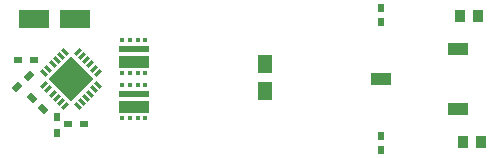
<source format=gbp>
G04*
G04 #@! TF.GenerationSoftware,Altium Limited,Altium Designer,20.1.11 (218)*
G04*
G04 Layer_Color=128*
%FSLAX25Y25*%
%MOIN*%
G70*
G04*
G04 #@! TF.SameCoordinates,9EE67B27-E454-41D5-82AA-807338E90DDB*
G04*
G04*
G04 #@! TF.FilePolarity,Positive*
G04*
G01*
G75*
G04:AMPARAMS|DCode=18|XSize=11.81mil|YSize=27.56mil|CornerRadius=0mil|HoleSize=0mil|Usage=FLASHONLY|Rotation=315.000|XOffset=0mil|YOffset=0mil|HoleType=Round|Shape=Rectangle|*
%AMROTATEDRECTD18*
4,1,4,-0.01392,-0.00557,0.00557,0.01392,0.01392,0.00557,-0.00557,-0.01392,-0.01392,-0.00557,0.0*
%
%ADD18ROTATEDRECTD18*%

G04:AMPARAMS|DCode=19|XSize=11.81mil|YSize=27.56mil|CornerRadius=0mil|HoleSize=0mil|Usage=FLASHONLY|Rotation=225.000|XOffset=0mil|YOffset=0mil|HoleType=Round|Shape=Rectangle|*
%AMROTATEDRECTD19*
4,1,4,-0.00557,0.01392,0.01392,-0.00557,0.00557,-0.01392,-0.01392,0.00557,-0.00557,0.01392,0.0*
%
%ADD19ROTATEDRECTD19*%

%ADD25R,0.03661X0.03858*%
%ADD26R,0.03000X0.02300*%
%ADD27R,0.05000X0.06000*%
%ADD28R,0.10039X0.06299*%
%ADD30R,0.02300X0.03000*%
G04:AMPARAMS|DCode=31|XSize=30mil|YSize=23mil|CornerRadius=0mil|HoleSize=0mil|Usage=FLASHONLY|Rotation=315.000|XOffset=0mil|YOffset=0mil|HoleType=Round|Shape=Rectangle|*
%AMROTATEDRECTD31*
4,1,4,-0.01874,0.00248,-0.00248,0.01874,0.01874,-0.00248,0.00248,-0.01874,-0.01874,0.00248,0.0*
%
%ADD31ROTATEDRECTD31*%

%ADD71R,0.06693X0.03937*%
G04:AMPARAMS|DCode=72|XSize=30mil|YSize=23mil|CornerRadius=0mil|HoleSize=0mil|Usage=FLASHONLY|Rotation=45.000|XOffset=0mil|YOffset=0mil|HoleType=Round|Shape=Rectangle|*
%AMROTATEDRECTD72*
4,1,4,-0.00248,-0.01874,-0.01874,-0.00248,0.00248,0.01874,0.01874,0.00248,-0.00248,-0.01874,0.0*
%
%ADD72ROTATEDRECTD72*%

%ADD73R,0.02000X0.02500*%
%ADD74R,0.01772X0.01772*%
%ADD75R,0.10039X0.02189*%
%ADD76R,0.10039X0.04110*%
%ADD77P,0.15033X4X90.0*%
D18*
X-175732Y-117129D02*
D03*
X-174340Y-118520D02*
D03*
X-177124Y-115736D02*
D03*
X-172948Y-119913D02*
D03*
X-178515Y-114345D02*
D03*
X-179908Y-112953D02*
D03*
X-191043Y-124088D02*
D03*
X-184083Y-131048D02*
D03*
X-188259Y-126872D02*
D03*
X-189651Y-125480D02*
D03*
X-185475Y-129656D02*
D03*
X-186867Y-128264D02*
D03*
D19*
X-172948Y-124088D02*
D03*
X-174340Y-125480D02*
D03*
X-175732Y-126872D02*
D03*
X-177124Y-128264D02*
D03*
X-178516Y-129656D02*
D03*
X-179908Y-131047D02*
D03*
X-184083Y-112953D02*
D03*
X-185475Y-114345D02*
D03*
X-186868Y-115736D02*
D03*
X-188259Y-117129D02*
D03*
X-189651Y-118521D02*
D03*
X-191042Y-119913D02*
D03*
D25*
X-45500Y-143000D02*
D03*
X-51563D02*
D03*
X-46500Y-101000D02*
D03*
X-52563D02*
D03*
D26*
X-177700Y-137122D02*
D03*
X-183000D02*
D03*
X-194500Y-115736D02*
D03*
X-199800D02*
D03*
D27*
X-117500Y-117000D02*
D03*
Y-126000D02*
D03*
D28*
X-180720Y-102119D02*
D03*
X-194500D02*
D03*
D30*
X-186876Y-134615D02*
D03*
Y-139915D02*
D03*
D31*
X-191500Y-132000D02*
D03*
X-195248Y-128252D02*
D03*
D71*
X-53207Y-112157D02*
D03*
X-53206Y-131842D02*
D03*
X-78795Y-121994D02*
D03*
D72*
X-196200Y-120899D02*
D03*
X-199948Y-124647D02*
D03*
D73*
X-78794Y-98180D02*
D03*
Y-103000D02*
D03*
Y-141000D02*
D03*
Y-145820D02*
D03*
D74*
X-157323Y-124088D02*
D03*
X-162441Y-124088D02*
D03*
X-159882Y-124088D02*
D03*
X-157323Y-134915D02*
D03*
X-162441Y-134915D02*
D03*
X-159882D02*
D03*
X-165000Y-124088D02*
D03*
X-165000Y-134915D02*
D03*
X-157323Y-109085D02*
D03*
X-162441Y-109085D02*
D03*
X-159882Y-109085D02*
D03*
X-157323Y-119912D02*
D03*
X-162441Y-119912D02*
D03*
X-159882D02*
D03*
X-165000Y-109085D02*
D03*
X-165000Y-119912D02*
D03*
D75*
X-161162Y-126856D02*
D03*
X-161162Y-111854D02*
D03*
D76*
Y-131207D02*
D03*
Y-116204D02*
D03*
D77*
X-182000Y-122000D02*
D03*
M02*

</source>
